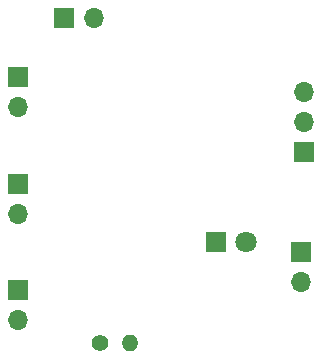
<source format=gbr>
%TF.GenerationSoftware,KiCad,Pcbnew,8.0.2-8.0.2-0~ubuntu22.04.1*%
%TF.CreationDate,2024-05-29T00:58:33-04:00*%
%TF.ProjectId,candel24h_v1,63616e64-656c-4323-9468-5f76312e6b69,rev?*%
%TF.SameCoordinates,Original*%
%TF.FileFunction,Soldermask,Bot*%
%TF.FilePolarity,Negative*%
%FSLAX46Y46*%
G04 Gerber Fmt 4.6, Leading zero omitted, Abs format (unit mm)*
G04 Created by KiCad (PCBNEW 8.0.2-8.0.2-0~ubuntu22.04.1) date 2024-05-29 00:58:33*
%MOMM*%
%LPD*%
G01*
G04 APERTURE LIST*
%ADD10R,1.700000X1.700000*%
%ADD11O,1.700000X1.700000*%
%ADD12C,1.400000*%
%ADD13O,1.400000X1.400000*%
%ADD14R,1.800000X1.800000*%
%ADD15C,1.800000*%
G04 APERTURE END LIST*
D10*
%TO.C,LEDsw*%
X149525000Y-74750000D03*
D11*
X149525000Y-77290000D03*
%TD*%
D10*
%TO.C,5ms*%
X125500000Y-78000000D03*
D11*
X125500000Y-80540000D03*
%TD*%
D10*
%TO.C,22s*%
X125500000Y-69000000D03*
D11*
X125500000Y-71540000D03*
%TD*%
D10*
%TO.C,24h*%
X125500000Y-60000000D03*
D11*
X125500000Y-62540000D03*
%TD*%
D10*
%TO.C,BAT*%
X129460000Y-55000000D03*
D11*
X132000000Y-55000000D03*
%TD*%
D10*
%TO.C,SPDT*%
X149750000Y-66330000D03*
D11*
X149750000Y-63790000D03*
X149750000Y-61250000D03*
%TD*%
D12*
%TO.C,R1*%
X132460000Y-82500000D03*
D13*
X135000000Y-82500000D03*
%TD*%
D14*
%TO.C,LED*%
X142250000Y-73900000D03*
D15*
X144790000Y-73900000D03*
%TD*%
M02*

</source>
